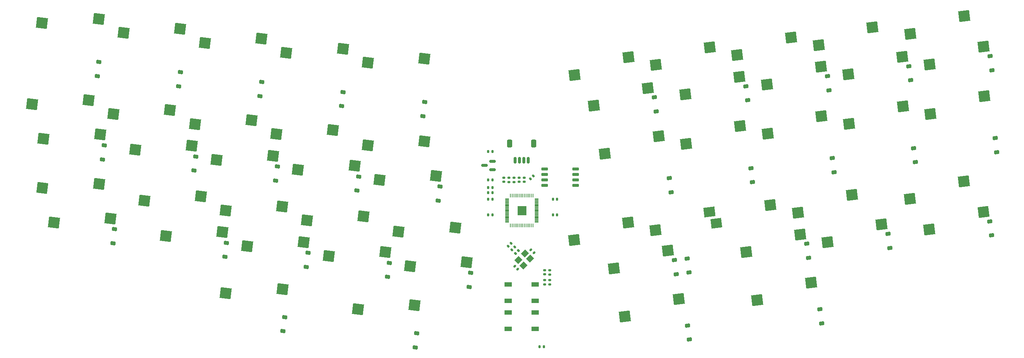
<source format=gbp>
%TF.GenerationSoftware,KiCad,Pcbnew,7.0.6*%
%TF.CreationDate,2024-02-12T15:48:59-05:00*%
%TF.ProjectId,lalettre2040-tripple-stagger-hotswap-pcb,6c616c65-7474-4726-9532-3034302d7472,rev?*%
%TF.SameCoordinates,PX1ea85bbPY7e0978f*%
%TF.FileFunction,Paste,Bot*%
%TF.FilePolarity,Positive*%
%FSLAX46Y46*%
G04 Gerber Fmt 4.6, Leading zero omitted, Abs format (unit mm)*
G04 Created by KiCad (PCBNEW 7.0.6) date 2024-02-12 15:48:59*
%MOMM*%
%LPD*%
G01*
G04 APERTURE LIST*
G04 Aperture macros list*
%AMRoundRect*
0 Rectangle with rounded corners*
0 $1 Rounding radius*
0 $2 $3 $4 $5 $6 $7 $8 $9 X,Y pos of 4 corners*
0 Add a 4 corners polygon primitive as box body*
4,1,4,$2,$3,$4,$5,$6,$7,$8,$9,$2,$3,0*
0 Add four circle primitives for the rounded corners*
1,1,$1+$1,$2,$3*
1,1,$1+$1,$4,$5*
1,1,$1+$1,$6,$7*
1,1,$1+$1,$8,$9*
0 Add four rect primitives between the rounded corners*
20,1,$1+$1,$2,$3,$4,$5,0*
20,1,$1+$1,$4,$5,$6,$7,0*
20,1,$1+$1,$6,$7,$8,$9,0*
20,1,$1+$1,$8,$9,$2,$3,0*%
%AMRotRect*
0 Rectangle, with rotation*
0 The origin of the aperture is its center*
0 $1 length*
0 $2 width*
0 $3 Rotation angle, in degrees counterclockwise*
0 Add horizontal line*
21,1,$1,$2,0,0,$3*%
G04 Aperture macros list end*
%ADD10C,0.010000*%
%ADD11RotRect,2.486250X2.202500X187.000000*%
%ADD12RotRect,2.550000X2.500000X187.000000*%
%ADD13RotRect,2.576750X2.222500X187.000000*%
%ADD14RotRect,2.550000X2.500000X7.000000*%
%ADD15RoundRect,0.135000X-0.185000X0.135000X-0.185000X-0.135000X0.185000X-0.135000X0.185000X0.135000X0*%
%ADD16RoundRect,0.225000X0.399625X-0.177622X0.344784X0.269024X-0.399625X0.177622X-0.344784X-0.269024X0*%
%ADD17RotRect,2.550000X2.500000X173.000000*%
%ADD18RotRect,2.550000X2.500000X353.000000*%
%ADD19RoundRect,0.140000X0.140000X0.170000X-0.140000X0.170000X-0.140000X-0.170000X0.140000X-0.170000X0*%
%ADD20RoundRect,0.140000X0.170000X-0.140000X0.170000X0.140000X-0.170000X0.140000X-0.170000X-0.140000X0*%
%ADD21R,1.700000X1.000000*%
%ADD22RoundRect,0.225000X0.344784X-0.269024X0.399625X0.177622X-0.344784X0.269024X-0.399625X-0.177622X0*%
%ADD23RoundRect,0.140000X0.219203X0.021213X0.021213X0.219203X-0.219203X-0.021213X-0.021213X-0.219203X0*%
%ADD24RoundRect,0.250000X-0.350000X-0.650000X0.350000X-0.650000X0.350000X0.650000X-0.350000X0.650000X0*%
%ADD25RoundRect,0.150000X-0.150000X-0.625000X0.150000X-0.625000X0.150000X0.625000X-0.150000X0.625000X0*%
%ADD26RotRect,2.486250X2.500000X7.000000*%
%ADD27RoundRect,0.150000X0.650000X0.150000X-0.650000X0.150000X-0.650000X-0.150000X0.650000X-0.150000X0*%
%ADD28RoundRect,0.135000X-0.135000X-0.185000X0.135000X-0.185000X0.135000X0.185000X-0.135000X0.185000X0*%
%ADD29RoundRect,0.140000X0.021213X-0.219203X0.219203X-0.021213X-0.021213X0.219203X-0.219203X0.021213X0*%
%ADD30RoundRect,0.140000X-0.219203X-0.021213X-0.021213X-0.219203X0.219203X0.021213X0.021213X0.219203X0*%
%ADD31RoundRect,0.140000X-0.140000X-0.170000X0.140000X-0.170000X0.140000X0.170000X-0.140000X0.170000X0*%
%ADD32RoundRect,0.135000X0.035355X-0.226274X0.226274X-0.035355X-0.035355X0.226274X-0.226274X0.035355X0*%
%ADD33RotRect,2.486250X2.500000X173.000000*%
%ADD34RotRect,1.400000X1.200000X45.000000*%
%ADD35RoundRect,0.140000X-0.021213X0.219203X-0.219203X0.021213X0.021213X-0.219203X0.219203X-0.021213X0*%
%ADD36RoundRect,0.150000X0.587500X0.150000X-0.587500X0.150000X-0.587500X-0.150000X0.587500X-0.150000X0*%
%ADD37RoundRect,0.020000X0.080000X0.400000X-0.080000X0.400000X-0.080000X-0.400000X0.080000X-0.400000X0*%
%ADD38RoundRect,0.006000X0.414000X0.094000X-0.414000X0.094000X-0.414000X-0.094000X0.414000X-0.094000X0*%
%ADD39RoundRect,0.140000X-0.170000X0.140000X-0.170000X-0.140000X0.170000X-0.140000X0.170000X0.140000X0*%
G04 APERTURE END LIST*
%TO.C,U1*%
D10*
X121132496Y36165044D02*
X119172496Y36165044D01*
X119172496Y38125044D01*
X121132496Y38125044D01*
X121132496Y36165044D01*
G36*
X121132496Y36165044D02*
G01*
X119172496Y36165044D01*
X119172496Y38125044D01*
X121132496Y38125044D01*
X121132496Y36165044D01*
G37*
%TD*%
D11*
%TO.C,MX51*%
X165381924Y34180454D03*
D12*
X177916529Y38428452D03*
%TD*%
%TO.C,MX27*%
X151214429Y32590773D03*
D13*
X163729454Y36846442D03*
%TD*%
D14*
%TO.C,MX50*%
X141559238Y23728055D03*
X154080334Y27824527D03*
%TD*%
D15*
%TO.C,R_FLASH2*%
X125510311Y19995029D03*
X125510311Y21015029D03*
%TD*%
D16*
%TO.C,D9*%
X210052169Y70706972D03*
X210454337Y67431570D03*
%TD*%
D15*
%TO.C,R_DATA2*%
X117175928Y43778800D03*
X117175928Y44798800D03*
%TD*%
D17*
%TO.C,MX44*%
X84429392Y52290487D03*
X97569584Y53236149D03*
%TD*%
D18*
%TO.C,MX41*%
X30373970Y51250432D03*
X43514162Y52196094D03*
%TD*%
D17*
%TO.C,MX14*%
X63157886Y54902299D03*
X76298078Y55847961D03*
%TD*%
D14*
%TO.C,MX28*%
X172284814Y27500665D03*
X184805910Y31597137D03*
%TD*%
D19*
%TO.C,C_ESD2*%
X112390923Y44288800D03*
X113350923Y44288800D03*
%TD*%
D12*
%TO.C,MX17*%
X158346821Y52659582D03*
X170867917Y56756054D03*
%TD*%
D16*
%TO.C,D19*%
X211192030Y51653853D03*
X211594198Y48378451D03*
%TD*%
D15*
%TO.C,R_FLASH3*%
X126700935Y22260968D03*
X126700935Y23280968D03*
%TD*%
D17*
%TO.C,MX22*%
X32474271Y39476710D03*
X45614463Y40422372D03*
%TD*%
D20*
%TO.C,C_3V3_3*%
X119557178Y44768800D03*
X119557178Y43808800D03*
%TD*%
D21*
%TO.C,SW2*%
X117002493Y9646586D03*
X123302493Y9646586D03*
X117002493Y13446586D03*
X123302493Y13446586D03*
%TD*%
D12*
%TO.C,MX9*%
X189114217Y75630406D03*
X201635313Y79726878D03*
%TD*%
D19*
%TO.C,C_3V3_6*%
X112390923Y36145045D03*
X113350923Y36145045D03*
%TD*%
D22*
%TO.C,D14*%
X82282895Y45059673D03*
X81880727Y41784271D03*
%TD*%
%TO.C,D24*%
X89415294Y24990848D03*
X89013126Y21715446D03*
%TD*%
D23*
%TO.C,C_XTAL2*%
X118514120Y24231070D03*
X119192942Y23552248D03*
%TD*%
D22*
%TO.C,D21*%
X25600725Y32826292D03*
X25198557Y29550890D03*
%TD*%
D16*
%TO.C,D27*%
X158562209Y25998646D03*
X158964377Y22723244D03*
%TD*%
D12*
%TO.C,MX6*%
X132390137Y68665580D03*
X144911233Y72762052D03*
%TD*%
D24*
%TO.C,J1*%
X122952492Y52712243D03*
X117352492Y52712243D03*
D25*
X121652492Y48837243D03*
X120652492Y48837243D03*
X119652492Y48837243D03*
X118652492Y48837243D03*
%TD*%
D16*
%TO.C,D28*%
X186333364Y29408513D03*
X186735532Y26133111D03*
%TD*%
D15*
%TO.C,R_FLASH1*%
X126700936Y19995028D03*
X126700936Y21015028D03*
%TD*%
D16*
%TO.C,D17*%
X173375989Y47010626D03*
X173778157Y43735224D03*
%TD*%
D18*
%TO.C,MX47*%
X56414366Y28860012D03*
X69554558Y29805674D03*
%TD*%
D19*
%TO.C,C_3V3_5*%
X112390925Y39745044D03*
X113350925Y39745044D03*
%TD*%
D14*
%TO.C,MX53*%
X214827756Y32724297D03*
D26*
X227380489Y36824654D03*
%TD*%
D27*
%TO.C,U2*%
X125482188Y46789114D03*
X125482188Y45519114D03*
X125482188Y44249114D03*
X125482188Y42979114D03*
X132682188Y42979114D03*
X132682188Y44249114D03*
X132682188Y45519114D03*
X132682188Y46789114D03*
%TD*%
D16*
%TO.C,D6*%
X150964604Y63451934D03*
X151366772Y60176532D03*
%TD*%
D12*
%TO.C,MX8*%
X170206214Y73308794D03*
X182727310Y77405266D03*
%TD*%
D22*
%TO.C,D23*%
X70507274Y27312463D03*
X70105106Y24037061D03*
%TD*%
D18*
%TO.C,MX48*%
X75322368Y26538401D03*
X88462560Y27484063D03*
%TD*%
D14*
%TO.C,MX38*%
X196003598Y68799090D03*
X208524694Y72895562D03*
%TD*%
D18*
%TO.C,MX15*%
X87097983Y44285599D03*
X100238175Y45231261D03*
%TD*%
D16*
%TO.C,D30*%
X228876408Y34632143D03*
X229278576Y31356741D03*
%TD*%
%TO.C,D34*%
X189401426Y14190848D03*
X189803594Y10915446D03*
%TD*%
D17*
%TO.C,MX25*%
X91561782Y32221677D03*
X104701974Y33167339D03*
%TD*%
D28*
%TO.C,R_RST1*%
X125305949Y5466803D03*
X124285949Y5466803D03*
%TD*%
D20*
%TO.C,C_3V3_4*%
X120747805Y44768800D03*
X120747805Y43808800D03*
%TD*%
D12*
%TO.C,MX10*%
X210385653Y78242225D03*
X222906749Y82338697D03*
%TD*%
D16*
%TO.C,D10*%
X228960188Y73028585D03*
X229362356Y69753183D03*
%TD*%
D18*
%TO.C,MX42*%
X49281973Y48928822D03*
X62422165Y49874484D03*
%TD*%
D12*
%TO.C,MX19*%
X196162830Y57302804D03*
X208683926Y61399276D03*
%TD*%
D18*
%TO.C,MX40*%
X9102464Y53862244D03*
X22242656Y54807906D03*
%TD*%
D12*
%TO.C,MX30*%
X210301874Y39845815D03*
X222822970Y43942287D03*
%TD*%
D22*
%TO.C,D1*%
X21971692Y71658038D03*
X21569524Y68382636D03*
%TD*%
D12*
%TO.C,MX33*%
X144081971Y12521971D03*
X156603067Y16618443D03*
%TD*%
D17*
%TO.C,MX31*%
X51424163Y17956894D03*
X64564355Y18902556D03*
%TD*%
D29*
%TO.C,C_1V1_2*%
X122873157Y45223525D03*
X122194335Y44544703D03*
%TD*%
D18*
%TO.C,MX45*%
X11507854Y34373837D03*
X24648046Y35319499D03*
%TD*%
D22*
%TO.C,D4*%
X78695753Y64693199D03*
X78293585Y61417797D03*
%TD*%
D30*
%TO.C,C_XTAL1*%
X122981491Y27340796D03*
X122302669Y28019618D03*
%TD*%
D18*
%TO.C,MX46*%
X37506360Y31181622D03*
X50646552Y32127284D03*
%TD*%
D31*
%TO.C,C_3V3_8*%
X128371563Y36145044D03*
X127411563Y36145044D03*
%TD*%
D22*
%TO.C,D13*%
X63374876Y47381286D03*
X62972708Y44105884D03*
%TD*%
D16*
%TO.C,D20*%
X230100049Y53975465D03*
X230502217Y50700063D03*
%TD*%
D17*
%TO.C,MX23*%
X51382273Y37155099D03*
X64522465Y38100761D03*
%TD*%
D32*
%TO.C,R_XTAL1*%
X119388519Y27866468D03*
X118667271Y27145220D03*
%TD*%
D14*
%TO.C,MX29*%
X191192819Y29822278D03*
X203713915Y33918750D03*
%TD*%
D17*
%TO.C,MX32*%
X82149671Y14184277D03*
X95289863Y15129939D03*
%TD*%
D15*
%TO.C,R_DATA1*%
X118366556Y43778800D03*
X118366556Y44798800D03*
%TD*%
D14*
%TO.C,MX36*%
X158187588Y64155869D03*
X170708684Y68252341D03*
%TD*%
D16*
%TO.C,D26*%
X155607831Y25635893D03*
X156009999Y22360491D03*
%TD*%
D17*
%TO.C,MX2*%
X27663489Y78453525D03*
X40803681Y79399187D03*
%TD*%
D12*
%TO.C,MX52*%
X184303438Y36653592D03*
X196824534Y40750064D03*
%TD*%
D14*
%TO.C,MX39*%
X214911601Y71120701D03*
X227432697Y75217173D03*
%TD*%
D12*
%TO.C,MX20*%
X215070832Y59624414D03*
X227591928Y63720886D03*
%TD*%
D22*
%TO.C,D2*%
X40879712Y69336425D03*
X40477544Y66061023D03*
%TD*%
D16*
%TO.C,D33*%
X158675893Y10418228D03*
X159078061Y7142826D03*
%TD*%
D18*
%TO.C,MX43*%
X68189977Y46607211D03*
X81330169Y47552873D03*
%TD*%
D22*
%TO.C,D31*%
X65075706Y12384996D03*
X64673538Y9109594D03*
%TD*%
D16*
%TO.C,D16*%
X154467972Y44689013D03*
X154870140Y41413611D03*
%TD*%
D22*
%TO.C,D5*%
X97603773Y62371586D03*
X97201605Y59096184D03*
%TD*%
%TO.C,D12*%
X44466857Y49702899D03*
X44064689Y46427497D03*
%TD*%
D33*
%TO.C,MX21*%
X8807626Y42382609D03*
D17*
X21979456Y43324387D03*
%TD*%
D22*
%TO.C,D15*%
X101190915Y42738061D03*
X100788747Y39462659D03*
%TD*%
D34*
%TO.C,Y1*%
X120571028Y24407075D03*
X122126663Y25962710D03*
X120924582Y27164791D03*
X119368947Y25609156D03*
%TD*%
D12*
%TO.C,MX34*%
X174807478Y16294589D03*
X187328574Y20391061D03*
%TD*%
D17*
%TO.C,MX3*%
X46571495Y76131913D03*
X59711687Y77077575D03*
%TD*%
D31*
%TO.C,C_ESD1*%
X113350924Y50837243D03*
X112390924Y50837243D03*
%TD*%
D35*
%TO.C,C_1V1_3*%
X117004720Y28850197D03*
X117683542Y29529019D03*
%TD*%
D12*
%TO.C,MX18*%
X177254825Y54981193D03*
X189775921Y59077665D03*
%TD*%
D17*
%TO.C,MX24*%
X70290279Y34833489D03*
X83430471Y35779151D03*
%TD*%
D36*
%TO.C,U3*%
X111475922Y47620052D03*
X113350922Y46670052D03*
X113350922Y48570052D03*
%TD*%
D17*
%TO.C,MX11*%
X6433875Y61867131D03*
X19574067Y62812793D03*
%TD*%
D12*
%TO.C,MX7*%
X151298208Y70987185D03*
X163819304Y75083657D03*
%TD*%
D17*
%TO.C,MX12*%
X25341878Y59545520D03*
X38482070Y60491182D03*
%TD*%
%TO.C,MX5*%
X84387503Y71488691D03*
X97527695Y72434353D03*
%TD*%
D22*
%TO.C,D11*%
X23195331Y52314715D03*
X22793163Y49039313D03*
%TD*%
%TO.C,D25*%
X108323314Y22669236D03*
X107921146Y19393834D03*
%TD*%
D17*
%TO.C,MX13*%
X44249883Y57223910D03*
X57390075Y58169572D03*
%TD*%
D18*
%TO.C,MX49*%
X94230373Y24216789D03*
X107370565Y25162451D03*
%TD*%
D22*
%TO.C,D3*%
X59787731Y67014813D03*
X59385563Y63739411D03*
%TD*%
D19*
%TO.C,C_3V3_1*%
X112390923Y42502861D03*
X113350923Y42502861D03*
%TD*%
D35*
%TO.C,C_3V3_9*%
X117846603Y28008314D03*
X118525425Y28687136D03*
%TD*%
D20*
%TO.C,C_1V1_1*%
X115985302Y44768801D03*
X115985302Y43808801D03*
%TD*%
D22*
%TO.C,D32*%
X95801240Y8612376D03*
X95399072Y5336974D03*
%TD*%
D16*
%TO.C,D7*%
X172236127Y66063747D03*
X172638295Y62788345D03*
%TD*%
D37*
%TO.C,U1*%
X122752496Y40580044D03*
X122352496Y40580044D03*
X121952496Y40580044D03*
X121552496Y40580044D03*
X121152496Y40580044D03*
X120752496Y40580044D03*
X120352496Y40580044D03*
X119952496Y40580044D03*
X119552496Y40580044D03*
X119152496Y40580044D03*
X118752496Y40580044D03*
X118352496Y40580044D03*
X117952496Y40580044D03*
X117552496Y40580044D03*
D38*
X116717496Y39745044D03*
X116717496Y39345044D03*
X116717496Y38945044D03*
X116717496Y38545044D03*
X116717496Y38145044D03*
X116717496Y37745044D03*
X116717496Y37345044D03*
X116717496Y36945044D03*
X116717496Y36545044D03*
X116717496Y36145044D03*
X116717496Y35745044D03*
X116717496Y35345044D03*
X116717496Y34945044D03*
X116717496Y34545044D03*
D37*
X117552496Y33710044D03*
X117952496Y33710044D03*
X118352496Y33710044D03*
X118752496Y33710044D03*
X119152496Y33710044D03*
X119552496Y33710044D03*
X119952496Y33710044D03*
X120352496Y33710044D03*
X120752496Y33710044D03*
X121152496Y33710044D03*
X121552496Y33710044D03*
X121952496Y33710044D03*
X122352496Y33710044D03*
X122752496Y33710044D03*
D38*
X123587496Y34545044D03*
X123587496Y34945044D03*
X123587496Y35345044D03*
X123587496Y35745044D03*
X123587496Y36145044D03*
X123587496Y36545044D03*
X123587496Y36945044D03*
X123587496Y37345044D03*
X123587496Y37745044D03*
X123587496Y38145044D03*
X123587496Y38545044D03*
X123587496Y38945044D03*
X123587496Y39345044D03*
X123587496Y39745044D03*
%TD*%
D14*
%TO.C,MX35*%
X136916016Y61544063D03*
X149437112Y65640535D03*
%TD*%
D39*
%TO.C,C_FLASH1*%
X125510309Y22320969D03*
X125510309Y23280969D03*
%TD*%
D19*
%TO.C,C_3V3_2*%
X112390923Y41312235D03*
X113350923Y41312235D03*
%TD*%
D12*
%TO.C,MX16*%
X139438816Y50337971D03*
X151959912Y54434443D03*
%TD*%
D17*
%TO.C,MX4*%
X65479497Y73810302D03*
X78619689Y74755964D03*
%TD*%
D16*
%TO.C,D8*%
X191144147Y68385359D03*
X191546315Y65109957D03*
%TD*%
D31*
%TO.C,C_3V3_7*%
X128371561Y39745045D03*
X127411561Y39745045D03*
%TD*%
D14*
%TO.C,MX37*%
X177095595Y66477479D03*
X189616691Y70573951D03*
%TD*%
D16*
%TO.C,D18*%
X192284011Y49332242D03*
X192686179Y46056840D03*
%TD*%
%TO.C,D29*%
X205241384Y31730128D03*
X205643552Y28454726D03*
%TD*%
D12*
%TO.C,MX26*%
X132306426Y30269161D03*
X144827522Y34365633D03*
%TD*%
D17*
%TO.C,MX1*%
X8755484Y80775137D03*
X21895676Y81720799D03*
%TD*%
D22*
%TO.C,D22*%
X51599255Y29634076D03*
X51197087Y26358674D03*
%TD*%
D21*
%TO.C,SW1*%
X123302495Y19995028D03*
X117002495Y19995028D03*
X123302495Y16195028D03*
X117002495Y16195028D03*
%TD*%
M02*

</source>
